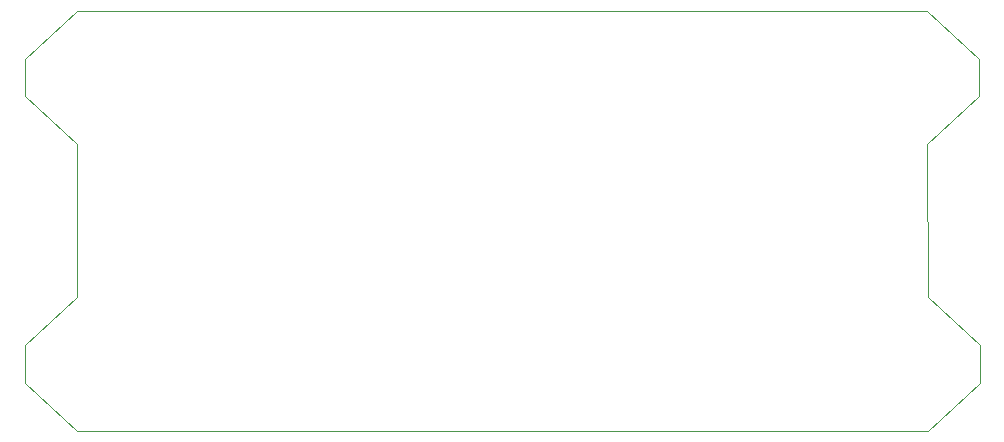
<source format=gbr>
%TF.GenerationSoftware,KiCad,Pcbnew,7.0.6*%
%TF.CreationDate,2024-02-02T01:32:10-05:00*%
%TF.ProjectId,luytenPCB,6c757974-656e-4504-9342-2e6b69636164,rev?*%
%TF.SameCoordinates,Original*%
%TF.FileFunction,Profile,NP*%
%FSLAX46Y46*%
G04 Gerber Fmt 4.6, Leading zero omitted, Abs format (unit mm)*
G04 Created by KiCad (PCBNEW 7.0.6) date 2024-02-02 01:32:10*
%MOMM*%
%LPD*%
G01*
G04 APERTURE LIST*
%TA.AperFunction,Profile*%
%ADD10C,0.100000*%
%TD*%
G04 APERTURE END LIST*
D10*
X46291500Y-38608000D02*
X46291500Y-51562000D01*
X118300500Y-62865000D02*
X46291500Y-62865000D01*
X118237000Y-38608000D02*
X118300500Y-51562000D01*
X46291500Y-27305000D02*
X118237000Y-27305000D01*
X41846500Y-55626000D02*
X46291500Y-51562000D01*
X46291500Y-62865000D02*
X41846500Y-58801000D01*
X41846500Y-58801000D02*
X41846500Y-55626000D01*
X41846500Y-31369000D02*
X46291500Y-27305000D01*
X46291500Y-38608000D02*
X41846500Y-34544000D01*
X41846500Y-34544000D02*
X41846500Y-31369000D01*
X122745500Y-58801000D02*
X118300500Y-62865000D01*
X118300500Y-51562000D02*
X122745500Y-55626000D01*
X122745500Y-55626000D02*
X122745500Y-58801000D01*
X122682000Y-34544000D02*
X118237000Y-38608000D01*
X122682000Y-31369000D02*
X122682000Y-34544000D01*
X118237000Y-27305000D02*
X122682000Y-31369000D01*
M02*

</source>
